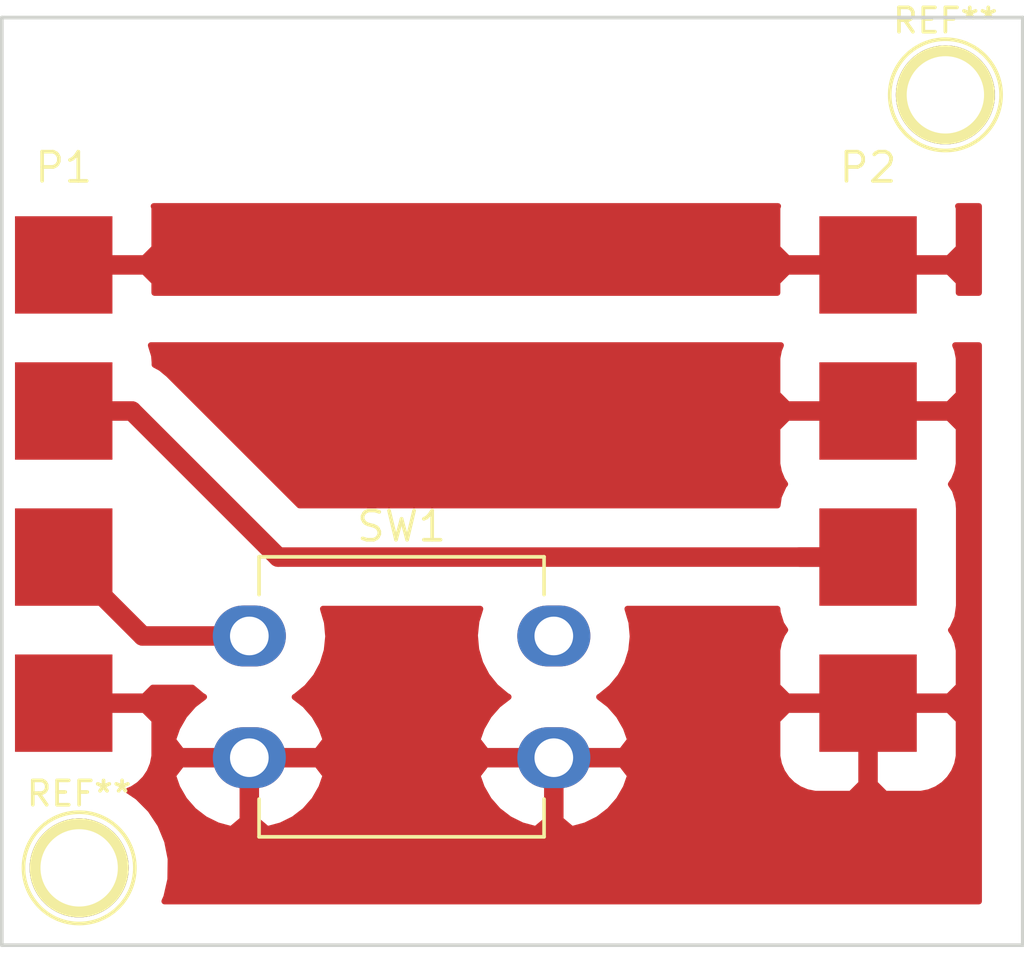
<source format=kicad_pcb>
(kicad_pcb (version 4) (host pcbnew 4.0.3-stable)

  (general
    (links 7)
    (no_connects 0)
    (area 25.324999 38.024999 67.385001 76.275001)
    (thickness 1.6)
    (drawings 4)
    (tracks 6)
    (zones 0)
    (modules 5)
    (nets 5)
  )

  (page A4)
  (layers
    (0 F.Cu signal)
    (31 B.Cu signal)
    (32 B.Adhes user)
    (33 F.Adhes user)
    (34 B.Paste user)
    (35 F.Paste user)
    (36 B.SilkS user)
    (37 F.SilkS user)
    (38 B.Mask user)
    (39 F.Mask user)
    (40 Dwgs.User user)
    (41 Cmts.User user)
    (42 Eco1.User user)
    (43 Eco2.User user)
    (44 Edge.Cuts user)
    (45 Margin user)
    (46 B.CrtYd user)
    (47 F.CrtYd user)
    (48 B.Fab user)
    (49 F.Fab user)
  )

  (setup
    (last_trace_width 0.8)
    (trace_clearance 0.8)
    (zone_clearance 1.6)
    (zone_45_only no)
    (trace_min 0.2)
    (segment_width 0.2)
    (edge_width 0.15)
    (via_size 0.6)
    (via_drill 0.4)
    (via_min_size 0.4)
    (via_min_drill 0.3)
    (uvia_size 0.3)
    (uvia_drill 0.1)
    (uvias_allowed no)
    (uvia_min_size 0.2)
    (uvia_min_drill 0.1)
    (pcb_text_width 0.3)
    (pcb_text_size 1.5 1.5)
    (mod_edge_width 0.15)
    (mod_text_size 1 1)
    (mod_text_width 0.15)
    (pad_size 4.064 4.064)
    (pad_drill 3.175)
    (pad_to_mask_clearance 0.2)
    (aux_axis_origin 0 0)
    (visible_elements FFFFFF7F)
    (pcbplotparams
      (layerselection 0x00030_80000001)
      (usegerberextensions false)
      (excludeedgelayer true)
      (linewidth 0.100000)
      (plotframeref false)
      (viasonmask false)
      (mode 1)
      (useauxorigin false)
      (hpglpennumber 1)
      (hpglpenspeed 20)
      (hpglpendiameter 15)
      (hpglpenoverlay 2)
      (psnegative false)
      (psa4output false)
      (plotreference true)
      (plotvalue true)
      (plotinvisibletext false)
      (padsonsilk false)
      (subtractmaskfromsilk false)
      (outputformat 1)
      (mirror false)
      (drillshape 1)
      (scaleselection 1)
      (outputdirectory ""))
  )

  (net 0 "")
  (net 1 +5V)
  (net 2 GND)
  (net 3 "Net-(P1-Pad3)")
  (net 4 "Net-(P1-Pad2)")

  (net_class Default "This is the default net class."
    (clearance 0.8)
    (trace_width 0.8)
    (via_dia 0.6)
    (via_drill 0.4)
    (uvia_dia 0.3)
    (uvia_drill 0.1)
    (add_net +5V)
    (add_net GND)
    (add_net "Net-(P1-Pad2)")
    (add_net "Net-(P1-Pad3)")
  )

  (module Connect:1pin (layer F.Cu) (tedit 57D449D8) (tstamp 57D44E17)
    (at 64.135 41.275)
    (descr "module 1 pin (ou trou mecanique de percage)")
    (tags DEV)
    (fp_text reference REF** (at 0 -3.048) (layer F.SilkS)
      (effects (font (size 1 1) (thickness 0.15)))
    )
    (fp_text value 1pin (at 0 2.794) (layer F.Fab)
      (effects (font (size 1 1) (thickness 0.15)))
    )
    (fp_circle (center 0 0) (end 0 -2.286) (layer F.SilkS) (width 0.15))
    (pad 1 thru_hole circle (at 0 0) (size 4.064 4.064) (drill 3.175) (layers *.Cu *.Mask F.SilkS))
  )

  (module t_footprints:conn_4_big_pads (layer F.Cu) (tedit 57D440E3) (tstamp 57D441DC)
    (at 27.94 48.26)
    (path /57D4419D)
    (fp_text reference P1 (at 0 -4) (layer F.SilkS)
      (effects (font (size 1.2 1.2) (thickness 0.15)))
    )
    (fp_text value lamp_cca_rpi3_conn (at 4 10 90) (layer F.Fab)
      (effects (font (size 1.2 1.2) (thickness 0.15)))
    )
    (pad 1 smd rect (at 0 0) (size 4 4) (layers F.Cu F.Paste F.Mask)
      (net 1 +5V))
    (pad 2 smd rect (at 0 6) (size 4 4) (layers F.Cu F.Paste F.Mask)
      (net 4 "Net-(P1-Pad2)"))
    (pad 3 smd rect (at 0 12) (size 4 4) (layers F.Cu F.Paste F.Mask)
      (net 3 "Net-(P1-Pad3)"))
    (pad 4 smd rect (at 0 18) (size 4 4) (layers F.Cu F.Paste F.Mask)
      (net 2 GND))
  )

  (module t_footprints:conn_4_big_pads (layer F.Cu) (tedit 57D440E3) (tstamp 57D441E4)
    (at 60.96 48.26)
    (path /57D441C6)
    (fp_text reference P2 (at 0 -4) (layer F.SilkS)
      (effects (font (size 1.2 1.2) (thickness 0.15)))
    )
    (fp_text value lamp_cca_relay_conn (at 4 10 90) (layer F.Fab)
      (effects (font (size 1.2 1.2) (thickness 0.15)))
    )
    (pad 1 smd rect (at 0 0) (size 4 4) (layers F.Cu F.Paste F.Mask)
      (net 1 +5V))
    (pad 2 smd rect (at 0 6) (size 4 4) (layers F.Cu F.Paste F.Mask)
      (net 2 GND))
    (pad 3 smd rect (at 0 12) (size 4 4) (layers F.Cu F.Paste F.Mask)
      (net 4 "Net-(P1-Pad2)"))
    (pad 4 smd rect (at 0 18) (size 4 4) (layers F.Cu F.Paste F.Mask)
      (net 2 GND))
  )

  (module t_footprints:TSA12110 (layer F.Cu) (tedit 57D43EFA) (tstamp 57D441EC)
    (at 35.56 63.5)
    (path /57D4453E)
    (fp_text reference SW1 (at 6.25 -4.5 180) (layer F.SilkS)
      (effects (font (size 1.2 1.2) (thickness 0.15)))
    )
    (fp_text value TSA12110 (at 6.25 2.5) (layer F.Fab)
      (effects (font (size 1.2 1.2) (thickness 0.15)))
    )
    (fp_line (start 0.4 8.25) (end 12.1 8.25) (layer F.SilkS) (width 0.15))
    (fp_line (start 12.1 8.25) (end 12.1 6.7) (layer F.SilkS) (width 0.15))
    (fp_line (start 0.4 -3.25) (end 12.1 -3.25) (layer F.SilkS) (width 0.15))
    (fp_line (start 0.4 6.7) (end 0.4 8.25) (layer F.SilkS) (width 0.15))
    (fp_line (start 0.4 -1.7) (end 0.4 -3.25) (layer F.SilkS) (width 0.15))
    (fp_line (start 12.1 -1.7) (end 12.1 -3.25) (layer F.SilkS) (width 0.15))
    (pad 1 thru_hole oval (at 0 0) (size 3 2.5) (drill 1.5875) (layers *.Cu *.Mask)
      (net 3 "Net-(P1-Pad3)"))
    (pad 3 thru_hole oval (at 0 5) (size 3 2.5) (drill 1.5875) (layers *.Cu *.Mask)
      (net 2 GND))
    (pad 4 thru_hole oval (at 12.5 5) (size 3 2.5) (drill 1.5875) (layers *.Cu *.Mask)
      (net 2 GND))
    (pad 2 thru_hole oval (at 12.5 0) (size 3 2.5) (drill 1.5875) (layers *.Cu *.Mask))
  )

  (module Connect:1pin (layer F.Cu) (tedit 57D449D8) (tstamp 57D44BF1)
    (at 28.575 73.025)
    (descr "module 1 pin (ou trou mecanique de percage)")
    (tags DEV)
    (fp_text reference REF** (at 0 -3.048) (layer F.SilkS)
      (effects (font (size 1 1) (thickness 0.15)))
    )
    (fp_text value 1pin (at 0 2.794) (layer F.Fab)
      (effects (font (size 1 1) (thickness 0.15)))
    )
    (fp_circle (center 0 0) (end 0 -2.286) (layer F.SilkS) (width 0.15))
    (pad 1 thru_hole circle (at 0 0) (size 4.064 4.064) (drill 3.175) (layers *.Cu *.Mask F.SilkS))
  )

  (gr_line (start 67.31 38.1) (end 25.4 38.1) (angle 90) (layer Edge.Cuts) (width 0.15))
  (gr_line (start 67.31 76.2) (end 67.31 38.1) (angle 90) (layer Edge.Cuts) (width 0.15))
  (gr_line (start 25.4 76.2) (end 67.31 76.2) (angle 90) (layer Edge.Cuts) (width 0.15))
  (gr_line (start 25.4 38.1) (end 25.4 76.2) (angle 90) (layer Edge.Cuts) (width 0.15))

  (segment (start 35.56 63.5) (end 31.18 63.5) (width 0.8) (layer F.Cu) (net 3))
  (segment (start 31.18 63.5) (end 27.94 60.26) (width 0.8) (layer F.Cu) (net 3))
  (segment (start 27.94 54.26) (end 30.74 54.26) (width 0.8) (layer F.Cu) (net 4))
  (segment (start 30.74 54.26) (end 36.74 60.26) (width 0.8) (layer F.Cu) (net 4))
  (segment (start 36.74 60.26) (end 60.96 60.26) (width 0.8) (layer F.Cu) (net 4))
  (segment (start 60.96 60.26) (end 58.16 60.26) (width 0.8) (layer F.Cu) (net 4))

  (zone (net 2) (net_name GND) (layer F.Cu) (tstamp 0) (hatch edge 0.508)
    (connect_pads (clearance 1.6))
    (min_thickness 0.254)
    (fill yes (arc_segments 32) (thermal_gap 1.6) (thermal_bridge_width 0.8))
    (polygon
      (pts
        (xy 25.4 51.435) (xy 25.4 76.2) (xy 67.31 76.2) (xy 67.31 51.435)
      )
    )
    (filled_polygon
      (pts
        (xy 57.299368 51.756253) (xy 57.233 52.089906) (xy 57.233 53.55525) (xy 57.66475 53.987) (xy 60.687 53.987)
        (xy 60.687 53.967) (xy 61.233 53.967) (xy 61.233 53.987) (xy 64.25525 53.987) (xy 64.687 53.55525)
        (xy 64.687 52.089906) (xy 64.620632 51.756253) (xy 64.54017 51.562) (xy 65.508 51.562) (xy 65.508 74.398)
        (xy 32.078615 74.398) (xy 32.159083 74.217266) (xy 32.322404 73.498407) (xy 32.334161 72.656411) (xy 32.190976 71.933273)
        (xy 31.910059 71.251718) (xy 31.502111 70.637707) (xy 30.98267 70.114627) (xy 30.599447 69.856139) (xy 30.758042 69.790447)
        (xy 31.040899 69.601448) (xy 31.281449 69.360898) (xy 31.366652 69.233382) (xy 32.424748 69.233382) (xy 32.597786 69.725022)
        (xy 32.88889 70.23061) (xy 33.273036 70.669692) (xy 33.735462 71.025394) (xy 34.258396 71.284046) (xy 34.821743 71.435709)
        (xy 35.287 71.044196) (xy 35.287 68.773) (xy 35.833 68.773) (xy 35.833 71.044196) (xy 36.298257 71.435709)
        (xy 36.861604 71.284046) (xy 37.384538 71.025394) (xy 37.846964 70.669692) (xy 38.23111 70.23061) (xy 38.522214 69.725022)
        (xy 38.695252 69.233382) (xy 44.924748 69.233382) (xy 45.097786 69.725022) (xy 45.38889 70.23061) (xy 45.773036 70.669692)
        (xy 46.235462 71.025394) (xy 46.758396 71.284046) (xy 47.321743 71.435709) (xy 47.787 71.044196) (xy 47.787 68.773)
        (xy 48.333 68.773) (xy 48.333 71.044196) (xy 48.798257 71.435709) (xy 49.361604 71.284046) (xy 49.884538 71.025394)
        (xy 50.346964 70.669692) (xy 50.73111 70.23061) (xy 51.022214 69.725022) (xy 51.195252 69.233382) (xy 50.840567 68.773)
        (xy 48.333 68.773) (xy 47.787 68.773) (xy 45.279433 68.773) (xy 44.924748 69.233382) (xy 38.695252 69.233382)
        (xy 38.340567 68.773) (xy 35.833 68.773) (xy 35.287 68.773) (xy 32.779433 68.773) (xy 32.424748 69.233382)
        (xy 31.366652 69.233382) (xy 31.470448 69.078041) (xy 31.600632 68.763747) (xy 31.667 68.430094) (xy 31.667 66.96475)
        (xy 31.23525 66.533) (xy 28.213 66.533) (xy 28.213 66.553) (xy 27.667 66.553) (xy 27.667 66.533)
        (xy 27.647 66.533) (xy 27.647 65.987) (xy 27.667 65.987) (xy 27.667 65.967) (xy 28.213 65.967)
        (xy 28.213 65.987) (xy 31.23525 65.987) (xy 31.59525 65.627) (xy 33.21996 65.627) (xy 33.612479 65.956363)
        (xy 33.698033 66.003397) (xy 33.273036 66.330308) (xy 32.88889 66.76939) (xy 32.597786 67.274978) (xy 32.424748 67.766618)
        (xy 32.779433 68.227) (xy 35.287 68.227) (xy 35.287 68.207) (xy 35.833 68.207) (xy 35.833 68.227)
        (xy 38.340567 68.227) (xy 38.695252 67.766618) (xy 38.522214 67.274978) (xy 38.23111 66.76939) (xy 37.846964 66.330308)
        (xy 37.424563 66.005394) (xy 37.473061 65.979607) (xy 37.92331 65.612392) (xy 38.293659 65.164717) (xy 38.570001 64.653634)
        (xy 38.74181 64.098609) (xy 38.802541 63.520783) (xy 38.749883 62.942166) (xy 38.586489 62.387) (xy 45.037421 62.387)
        (xy 44.87819 62.901391) (xy 44.817459 63.479217) (xy 44.870117 64.057834) (xy 45.03416 64.615204) (xy 45.303339 65.130096)
        (xy 45.667401 65.582898) (xy 46.112479 65.956363) (xy 46.198033 66.003397) (xy 45.773036 66.330308) (xy 45.38889 66.76939)
        (xy 45.097786 67.274978) (xy 44.924748 67.766618) (xy 45.279433 68.227) (xy 47.787 68.227) (xy 47.787 68.207)
        (xy 48.333 68.207) (xy 48.333 68.227) (xy 50.840567 68.227) (xy 51.195252 67.766618) (xy 51.022214 67.274978)
        (xy 50.843594 66.96475) (xy 57.233 66.96475) (xy 57.233 68.430094) (xy 57.299368 68.763747) (xy 57.429552 69.078041)
        (xy 57.618551 69.360898) (xy 57.859101 69.601448) (xy 58.141958 69.790447) (xy 58.456252 69.920632) (xy 58.789905 69.987)
        (xy 60.25525 69.987) (xy 60.687 69.55525) (xy 60.687 66.533) (xy 61.233 66.533) (xy 61.233 69.55525)
        (xy 61.66475 69.987) (xy 63.130095 69.987) (xy 63.463748 69.920632) (xy 63.778042 69.790447) (xy 64.060899 69.601448)
        (xy 64.301449 69.360898) (xy 64.490448 69.078041) (xy 64.620632 68.763747) (xy 64.687 68.430094) (xy 64.687 66.96475)
        (xy 64.25525 66.533) (xy 61.233 66.533) (xy 60.687 66.533) (xy 57.66475 66.533) (xy 57.233 66.96475)
        (xy 50.843594 66.96475) (xy 50.73111 66.76939) (xy 50.346964 66.330308) (xy 49.924563 66.005394) (xy 49.973061 65.979607)
        (xy 50.42331 65.612392) (xy 50.793659 65.164717) (xy 51.070001 64.653634) (xy 51.24181 64.098609) (xy 51.302541 63.520783)
        (xy 51.249883 62.942166) (xy 51.086489 62.387) (xy 57.234771 62.387) (xy 57.246575 62.535018) (xy 57.391029 63.001479)
        (xy 57.556293 63.252277) (xy 57.429552 63.441959) (xy 57.299368 63.756253) (xy 57.233 64.089906) (xy 57.233 65.55525)
        (xy 57.66475 65.987) (xy 60.687 65.987) (xy 60.687 65.967) (xy 61.233 65.967) (xy 61.233 65.987)
        (xy 64.25525 65.987) (xy 64.687 65.55525) (xy 64.687 64.089906) (xy 64.620632 63.756253) (xy 64.490448 63.441959)
        (xy 64.367236 63.257559) (xy 64.425979 63.188636) (xy 64.626652 62.743459) (xy 64.695356 62.26) (xy 64.695356 58.26)
        (xy 64.673425 57.984982) (xy 64.528971 57.518521) (xy 64.363707 57.267723) (xy 64.490448 57.078041) (xy 64.620632 56.763747)
        (xy 64.687 56.430094) (xy 64.687 54.96475) (xy 64.25525 54.533) (xy 61.233 54.533) (xy 61.233 54.553)
        (xy 60.687 54.553) (xy 60.687 54.533) (xy 57.66475 54.533) (xy 57.233 54.96475) (xy 57.233 56.430094)
        (xy 57.299368 56.763747) (xy 57.429552 57.078041) (xy 57.552764 57.262441) (xy 57.494021 57.331364) (xy 57.293348 57.776541)
        (xy 57.242692 58.133) (xy 37.621032 58.133) (xy 32.244016 52.755984) (xy 32.09218 52.631264) (xy 31.941685 52.504984)
        (xy 31.931885 52.499597) (xy 31.923241 52.492496) (xy 31.750073 52.399644) (xy 31.675356 52.358568) (xy 31.675356 52.26)
        (xy 31.653425 51.984982) (xy 31.522436 51.562) (xy 57.37983 51.562)
      )
    )
  )
  (zone (net 1) (net_name +5V) (layer F.Cu) (tstamp 0) (hatch edge 0.508)
    (connect_pads (clearance 1.6))
    (min_thickness 0.254)
    (fill yes (arc_segments 16) (thermal_gap 1.6) (thermal_bridge_width 0.8))
    (polygon
      (pts
        (xy 67.31 49.53) (xy 67.31 45.72) (xy 25.4 45.72) (xy 25.4 49.53)
      )
    )
    (filled_polygon
      (pts
        (xy 57.233 45.916479) (xy 57.233 47.55525) (xy 57.66475 47.987) (xy 60.687 47.987) (xy 60.687 47.967)
        (xy 61.233 47.967) (xy 61.233 47.987) (xy 64.25525 47.987) (xy 64.687 47.55525) (xy 64.687 45.916479)
        (xy 64.658221 45.847) (xy 65.508 45.847) (xy 65.508 49.403) (xy 64.687 49.403) (xy 64.687 48.96475)
        (xy 64.25525 48.533) (xy 61.233 48.533) (xy 61.233 48.553) (xy 60.687 48.553) (xy 60.687 48.533)
        (xy 57.66475 48.533) (xy 57.233 48.96475) (xy 57.233 49.403) (xy 31.667 49.403) (xy 31.667 48.96475)
        (xy 31.23525 48.533) (xy 28.213 48.533) (xy 28.213 48.553) (xy 27.667 48.553) (xy 27.667 48.533)
        (xy 27.647 48.533) (xy 27.647 47.987) (xy 27.667 47.987) (xy 27.667 47.967) (xy 28.213 47.967)
        (xy 28.213 47.987) (xy 31.23525 47.987) (xy 31.667 47.55525) (xy 31.667 45.916479) (xy 31.638221 45.847)
        (xy 57.261779 45.847)
      )
    )
  )
)

</source>
